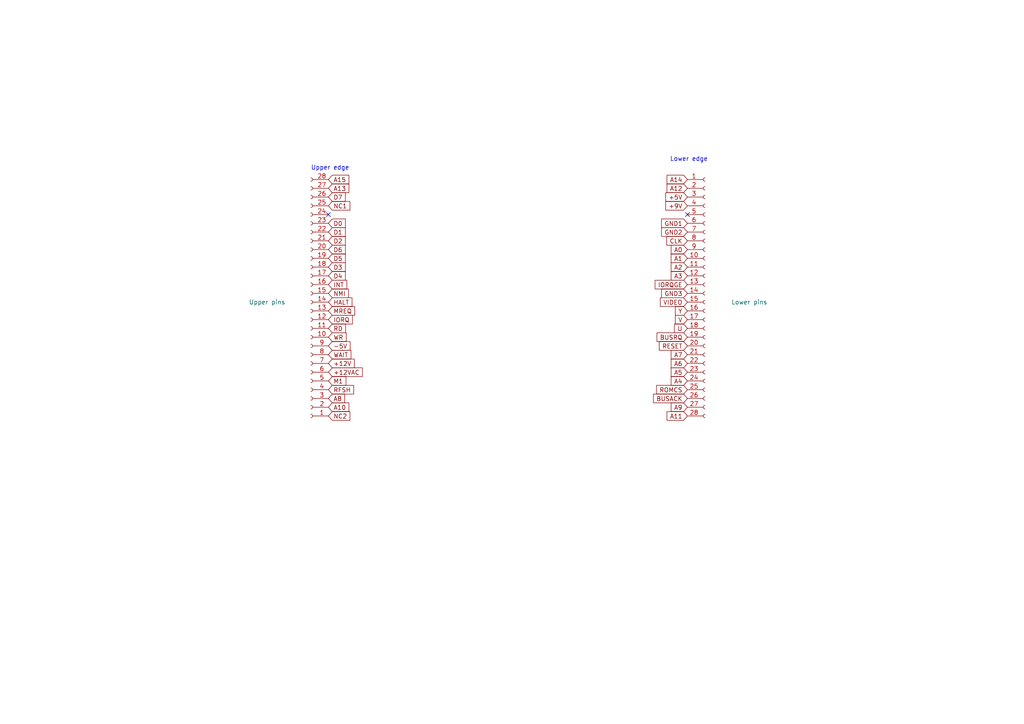
<source format=kicad_sch>
(kicad_sch (version 20211123) (generator eeschema)
  (paper "A4")
  (title_block (title "PIM example pluggable board") (date "2023-02-14") (rev "1.0"))
  (lib_symbols
    (symbol "Connector:Conn_01x28_Female" (pin_names (offset 1.016) hide)
      (property "Reference" "J" (at 0 35.56 0))
      (property "Value" "Conn_01x28_Female" (at 0 -38.1 0))
      (symbol "Conn_01x28_Female_1_1"
        (arc (start 0 -35.052) (mid -0.508 -35.56) (end 0 -36.068) (stroke (width 0.1524)))
        (arc (start 0 -32.512) (mid -0.508 -33.02) (end 0 -33.528) (stroke (width 0.1524)))
        (arc (start 0 -29.972) (mid -0.508 -30.48) (end 0 -30.988) (stroke (width 0.1524)))
        (arc (start 0 -27.432) (mid -0.508 -27.94) (end 0 -28.448) (stroke (width 0.1524)))
        (arc (start 0 -24.892) (mid -0.508 -25.4) (end 0 -25.908) (stroke (width 0.1524)))
        (arc (start 0 -22.352) (mid -0.508 -22.86) (end 0 -23.368) (stroke (width 0.1524)))
        (arc (start 0 -19.812) (mid -0.508 -20.32) (end 0 -20.828) (stroke (width 0.1524)))
        (arc (start 0 -17.272) (mid -0.508 -17.78) (end 0 -18.288) (stroke (width 0.1524)))
        (arc (start 0 -14.732) (mid -0.508 -15.24) (end 0 -15.748) (stroke (width 0.1524)))
        (arc (start 0 -12.192) (mid -0.508 -12.7) (end 0 -13.208) (stroke (width 0.1524)))
        (arc (start 0 -9.652) (mid -0.508 -10.16) (end 0 -10.668) (stroke (width 0.1524)))
        (arc (start 0 -7.112) (mid -0.508 -7.62) (end 0 -8.128) (stroke (width 0.1524)))
        (arc (start 0 -4.572) (mid -0.508 -5.08) (end 0 -5.588) (stroke (width 0.1524)))
        (arc (start 0 -2.032) (mid -0.508 -2.54) (end 0 -3.048) (stroke (width 0.1524)))
        (polyline (pts (xy -1.27 -35.56) (xy -0.508 -35.56)) (stroke (width 0.1524)))
        (polyline (pts (xy -1.27 -33.02) (xy -0.508 -33.02)) (stroke (width 0.1524)))
        (polyline (pts (xy -1.27 -30.48) (xy -0.508 -30.48)) (stroke (width 0.1524)))
        (polyline (pts (xy -1.27 -27.94) (xy -0.508 -27.94)) (stroke (width 0.1524)))
        (polyline (pts (xy -1.27 -25.4) (xy -0.508 -25.4)) (stroke (width 0.1524)))
        (polyline (pts (xy -1.27 -22.86) (xy -0.508 -22.86)) (stroke (width 0.1524)))
        (polyline (pts (xy -1.27 -20.32) (xy -0.508 -20.32)) (stroke (width 0.1524)))
        (polyline (pts (xy -1.27 -17.78) (xy -0.508 -17.78)) (stroke (width 0.1524)))
        (polyline (pts (xy -1.27 -15.24) (xy -0.508 -15.24)) (stroke (width 0.1524)))
        (polyline (pts (xy -1.27 -12.7) (xy -0.508 -12.7)) (stroke (width 0.1524)))
        (polyline (pts (xy -1.27 -10.16) (xy -0.508 -10.16)) (stroke (width 0.1524)))
        (polyline (pts (xy -1.27 -7.62) (xy -0.508 -7.62)) (stroke (width 0.1524)))
        (polyline (pts (xy -1.27 -5.08) (xy -0.508 -5.08)) (stroke (width 0.1524)))
        (polyline (pts (xy -1.27 -2.54) (xy -0.508 -2.54)) (stroke (width 0.1524)))
        (polyline (pts (xy -1.27 0) (xy -0.508 0)) (stroke (width 0.1524)))
        (polyline (pts (xy -1.27 2.54) (xy -0.508 2.54)) (stroke (width 0.1524)))
        (polyline (pts (xy -1.27 5.08) (xy -0.508 5.08)) (stroke (width 0.1524)))
        (polyline (pts (xy -1.27 7.62) (xy -0.508 7.62)) (stroke (width 0.1524)))
        (polyline (pts (xy -1.27 10.16) (xy -0.508 10.16)) (stroke (width 0.1524)))
        (polyline (pts (xy -1.27 12.7) (xy -0.508 12.7)) (stroke (width 0.1524)))
        (polyline (pts (xy -1.27 15.24) (xy -0.508 15.24)) (stroke (width 0.1524)))
        (polyline (pts (xy -1.27 17.78) (xy -0.508 17.78)) (stroke (width 0.1524)))
        (polyline (pts (xy -1.27 20.32) (xy -0.508 20.32)) (stroke (width 0.1524)))
        (polyline (pts (xy -1.27 22.86) (xy -0.508 22.86)) (stroke (width 0.1524)))
        (polyline (pts (xy -1.27 25.4) (xy -0.508 25.4)) (stroke (width 0.1524)))
        (polyline (pts (xy -1.27 27.94) (xy -0.508 27.94)) (stroke (width 0.1524)))
        (polyline (pts (xy -1.27 30.48) (xy -0.508 30.48)) (stroke (width 0.1524)))
        (polyline (pts (xy -1.27 33.02) (xy -0.508 33.02)) (stroke (width 0.1524)))
        (arc (start 0 0.508) (mid -0.508 0) (end 0 -0.508) (stroke (width 0.1524)))
        (arc (start 0 3.048) (mid -0.508 2.54) (end 0 2.032) (stroke (width 0.1524)))
        (arc (start 0 5.588) (mid -0.508 5.08) (end 0 4.572) (stroke (width 0.1524)))
        (arc (start 0 8.128) (mid -0.508 7.62) (end 0 7.112) (stroke (width 0.1524)))
        (arc (start 0 10.668) (mid -0.508 10.16) (end 0 9.652) (stroke (width 0.1524)))
        (arc (start 0 13.208) (mid -0.508 12.7) (end 0 12.192) (stroke (width 0.1524)))
        (arc (start 0 15.748) (mid -0.508 15.24) (end 0 14.732) (stroke (width 0.1524)))
        (arc (start 0 18.288) (mid -0.508 17.78) (end 0 17.272) (stroke (width 0.1524)))
        (arc (start 0 20.828) (mid -0.508 20.32) (end 0 19.812) (stroke (width 0.1524)))
        (arc (start 0 23.368) (mid -0.508 22.86) (end 0 22.352) (stroke (width 0.1524)))
        (arc (start 0 25.908) (mid -0.508 25.4) (end 0 24.892) (stroke (width 0.1524)))
        (arc (start 0 28.448) (mid -0.508 27.94) (end 0 27.432) (stroke (width 0.1524)))
        (arc (start 0 30.988) (mid -0.508 30.48) (end 0 29.972) (stroke (width 0.1524)))
        (arc (start 0 33.528) (mid -0.508 33.02) (end 0 32.512) (stroke (width 0.1524)))
        (pin passive line (at -5.08 33.02 0) (length 3.81) (name "Pin_1") (number "1"))
        (pin passive line (at -5.08 10.16 0) (length 3.81) (name "Pin_10") (number "10"))
        (pin passive line (at -5.08 7.62 0) (length 3.81) (name "Pin_11") (number "11"))
        (pin passive line (at -5.08 5.08 0) (length 3.81) (name "Pin_12") (number "12"))
        (pin passive line (at -5.08 2.54 0) (length 3.81) (name "Pin_13") (number "13"))
        (pin passive line (at -5.08 0 0) (length 3.81) (name "Pin_14") (number "14"))
        (pin passive line (at -5.08 -2.54 0) (length 3.81) (name "Pin_15") (number "15"))
        (pin passive line (at -5.08 -5.08 0) (length 3.81) (name "Pin_16") (number "16"))
        (pin passive line (at -5.08 -7.62 0) (length 3.81) (name "Pin_17") (number "17"))
        (pin passive line (at -5.08 -10.16 0) (length 3.81) (name "Pin_18") (number "18"))
        (pin passive line (at -5.08 -12.7 0) (length 3.81) (name "Pin_19") (number "19"))
        (pin passive line (at -5.08 30.48 0) (length 3.81) (name "Pin_2") (number "2"))
        (pin passive line (at -5.08 -15.24 0) (length 3.81) (name "Pin_20") (number "20"))
        (pin passive line (at -5.08 -17.78 0) (length 3.81) (name "Pin_21") (number "21"))
        (pin passive line (at -5.08 -20.32 0) (length 3.81) (name "Pin_22") (number "22"))
        (pin passive line (at -5.08 -22.86 0) (length 3.81) (name "Pin_23") (number "23"))
        (pin passive line (at -5.08 -25.4 0) (length 3.81) (name "Pin_24") (number "24"))
        (pin passive line (at -5.08 -27.94 0) (length 3.81) (name "Pin_25") (number "25"))
        (pin passive line (at -5.08 -30.48 0) (length 3.81) (name "Pin_26") (number "26"))
        (pin passive line (at -5.08 -33.02 0) (length 3.81) (name "Pin_27") (number "27"))
        (pin passive line (at -5.08 -35.56 0) (length 3.81) (name "Pin_28") (number "28"))
        (pin passive line (at -5.08 27.94 0) (length 3.81) (name "Pin_3") (number "3"))
        (pin passive line (at -5.08 25.4 0) (length 3.81) (name "Pin_4") (number "4"))
        (pin passive line (at -5.08 22.86 0) (length 3.81) (name "Pin_5") (number "5"))
        (pin passive line (at -5.08 20.32 0) (length 3.81) (name "Pin_6") (number "6"))
        (pin passive line (at -5.08 17.78 0) (length 3.81) (name "Pin_7") (number "7"))
        (pin passive line (at -5.08 15.24 0) (length 3.81) (name "Pin_8") (number "8"))
        (pin passive line (at -5.08 12.7 0) (length 3.81) (name "Pin_9") (number "9"))
      )
    )
  )
  (no_connect (at 95.25 62.23))
  (no_connect (at 199.39 62.23))
  (text "Upper edge" (at 90.17 49.53 0) (effects (font (size 1.27 1.27)) (justify left bottom)))
  (text "Lower edge" (at 194.31 46.99 0) (effects (font (size 1.27 1.27)) (justify left bottom)))
  (global_label "BUSACK" (shape input) (at 199.39 115.57 180) (property "Intersheet References" "${INTERSHEET_REFS}" (effects hide)))
  (global_label "A9" (shape input) (at 199.39 118.11 180) (property "Intersheet References" "${INTERSHEET_REFS}" (effects hide)))
  (global_label "+12VAC" (shape input) (at 95.25 107.95 0) (property "Intersheet References" "${INTERSHEET_REFS}" (effects hide)))
  (global_label "A0" (shape input) (at 199.39 72.39 180) (property "Intersheet References" "${INTERSHEET_REFS}" (effects hide)))
  (global_label "IORQGE" (shape input) (at 199.39 82.55 180) (property "Intersheet References" "${INTERSHEET_REFS}" (effects hide)))
  (global_label "+9V" (shape input) (at 199.39 59.69 180) (property "Intersheet References" "${INTERSHEET_REFS}" (effects hide)))
  (global_label "RESET" (shape input) (at 199.39 100.33 180) (property "Intersheet References" "${INTERSHEET_REFS}" (effects hide)))
  (global_label "MREQ" (shape input) (at 95.25 90.17 0) (property "Intersheet References" "${INTERSHEET_REFS}" (effects hide)))
  (global_label "D3" (shape input) (at 95.25 77.47 0) (property "Intersheet References" "${INTERSHEET_REFS}" (effects hide)))
  (global_label "A15" (shape input) (at 95.25 52.07 0) (property "Intersheet References" "${INTERSHEET_REFS}" (effects hide)))
  (global_label "GND3" (shape input) (at 199.39 85.09 180) (property "Intersheet References" "${INTERSHEET_REFS}" (effects hide)))
  (global_label "D2" (shape input) (at 95.25 69.85 0) (property "Intersheet References" "${INTERSHEET_REFS}" (effects hide)))
  (global_label "D7" (shape input) (at 95.25 57.15 0) (property "Intersheet References" "${INTERSHEET_REFS}" (effects hide)))
  (global_label "GND2" (shape input) (at 199.39 67.31 180) (property "Intersheet References" "${INTERSHEET_REFS}" (effects hide)))
  (global_label "A4" (shape input) (at 199.39 110.49 180) (property "Intersheet References" "${INTERSHEET_REFS}" (effects hide)))
  (global_label "NMI" (shape input) (at 95.25 85.09 0) (property "Intersheet References" "${INTERSHEET_REFS}" (effects hide)))
  (global_label "V" (shape input) (at 199.39 92.71 180) (property "Intersheet References" "${INTERSHEET_REFS}" (effects hide)))
  (global_label "A8" (shape input) (at 95.25 115.57 0) (property "Intersheet References" "${INTERSHEET_REFS}" (effects hide)))
  (global_label "+12V" (shape input) (at 95.25 105.41 0) (property "Intersheet References" "${INTERSHEET_REFS}" (effects hide)))
  (global_label "RD" (shape input) (at 95.25 95.25 0) (property "Intersheet References" "${INTERSHEET_REFS}" (effects hide)))
  (global_label "A7" (shape input) (at 199.39 102.87 180) (property "Intersheet References" "${INTERSHEET_REFS}" (effects hide)))
  (global_label "A12" (shape input) (at 199.39 54.61 180) (property "Intersheet References" "${INTERSHEET_REFS}" (effects hide)))
  (global_label "M1" (shape input) (at 95.25 110.49 0) (property "Intersheet References" "${INTERSHEET_REFS}" (effects hide)))
  (global_label "IORQ" (shape input) (at 95.25 92.71 0) (property "Intersheet References" "${INTERSHEET_REFS}" (effects hide)))
  (global_label "U" (shape input) (at 199.39 95.25 180) (property "Intersheet References" "${INTERSHEET_REFS}" (effects hide)))
  (global_label "A14" (shape input) (at 199.39 52.07 180) (property "Intersheet References" "${INTERSHEET_REFS}" (effects hide)))
  (global_label "+5V" (shape input) (at 199.39 57.15 180) (property "Intersheet References" "${INTERSHEET_REFS}" (effects hide)))
  (global_label "GND1" (shape input) (at 199.39 64.77 180) (property "Intersheet References" "${INTERSHEET_REFS}" (effects hide)))
  (global_label "A6" (shape input) (at 199.39 105.41 180) (property "Intersheet References" "${INTERSHEET_REFS}" (effects hide)))
  (global_label "A13" (shape input) (at 95.25 54.61 0) (property "Intersheet References" "${INTERSHEET_REFS}" (effects hide)))
  (global_label "NC1" (shape input) (at 95.25 59.69 0) (property "Intersheet References" "${INTERSHEET_REFS}" (effects hide)))
  (global_label "CLK" (shape input) (at 199.39 69.85 180) (property "Intersheet References" "${INTERSHEET_REFS}" (effects hide)))
  (global_label "-5V" (shape input) (at 95.25 100.33 0) (property "Intersheet References" "${INTERSHEET_REFS}" (effects hide)))
  (global_label "A1" (shape input) (at 199.39 74.93 180) (property "Intersheet References" "${INTERSHEET_REFS}" (effects hide)))
  (global_label "INT" (shape input) (at 95.25 82.55 0) (property "Intersheet References" "${INTERSHEET_REFS}" (effects hide)))
  (global_label "HALT" (shape input) (at 95.25 87.63 0) (property "Intersheet References" "${INTERSHEET_REFS}" (effects hide)))
  (global_label "D1" (shape input) (at 95.25 67.31 0) (property "Intersheet References" "${INTERSHEET_REFS}" (effects hide)))
  (global_label "NC2" (shape input) (at 95.25 120.65 0) (property "Intersheet References" "${INTERSHEET_REFS}" (effects hide)))
  (global_label "D0" (shape input) (at 95.25 64.77 0) (property "Intersheet References" "${INTERSHEET_REFS}" (effects hide)))
  (global_label "A11" (shape input) (at 199.39 120.65 180) (property "Intersheet References" "${INTERSHEET_REFS}" (effects hide)))
  (global_label "Y" (shape input) (at 199.39 90.17 180) (property "Intersheet References" "${INTERSHEET_REFS}" (effects hide)))
  (global_label "RFSH" (shape input) (at 95.25 113.03 0) (property "Intersheet References" "${INTERSHEET_REFS}" (effects hide)))
  (global_label "VIDEO" (shape input) (at 199.39 87.63 180) (property "Intersheet References" "${INTERSHEET_REFS}" (effects hide)))
  (global_label "WR" (shape input) (at 95.25 97.79 0) (property "Intersheet References" "${INTERSHEET_REFS}" (effects hide)))
  (global_label "ROMCS" (shape input) (at 199.39 113.03 180) (property "Intersheet References" "${INTERSHEET_REFS}" (effects hide)))
  (global_label "A5" (shape input) (at 199.39 107.95 180) (property "Intersheet References" "${INTERSHEET_REFS}" (effects hide)))
  (global_label "A3" (shape input) (at 199.39 80.01 180) (property "Intersheet References" "${INTERSHEET_REFS}" (effects hide)))
  (global_label "D6" (shape input) (at 95.25 72.39 0) (property "Intersheet References" "${INTERSHEET_REFS}" (effects hide)))
  (global_label "A2" (shape input) (at 199.39 77.47 180) (property "Intersheet References" "${INTERSHEET_REFS}" (effects hide)))
  (global_label "WAIT" (shape input) (at 95.25 102.87 0) (property "Intersheet References" "${INTERSHEET_REFS}" (effects hide)))
  (global_label "BUSRQ" (shape input) (at 199.39 97.79 180) (property "Intersheet References" "${INTERSHEET_REFS}" (effects hide)))
  (global_label "A10" (shape input) (at 95.25 118.11 0) (property "Intersheet References" "${INTERSHEET_REFS}" (effects hide)))
  (global_label "D4" (shape input) (at 95.25 80.01 0) (property "Intersheet References" "${INTERSHEET_REFS}" (effects hide)))
  (global_label "D5" (shape input) (at 95.25 74.93 0) (property "Intersheet References" "${INTERSHEET_REFS}" (effects hide)))
  (symbol (lib_id "Connector:Conn_01x28_Female") (at 204.47 85.09 0) (unit 1)
    (property "Reference" "J2" (effects hide))
    (property "Value" "Lower pins" (at 212.09 87.63 0) (effects (justify left)))
    (property "Footprint" "Connector_PinHeader_2.54mm:PinHeader_1x28_P2.54mm_Vertical" (effects hide))
  )
  (symbol (lib_id "Connector:Conn_01x28_Female") (at 90.17 87.63 180) (unit 1)
    (property "Reference" "J1" (effects hide))
    (property "Value" "Upper pins" (at 77.47 87.63 0))
    (property "Footprint" "Connector_PinHeader_2.54mm:PinHeader_1x28_P2.54mm_Vertical" (effects hide))
  )
)
</source>
